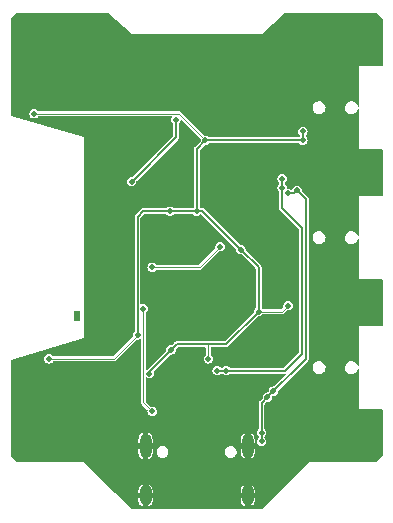
<source format=gbr>
%TF.GenerationSoftware,KiCad,Pcbnew,7.0.1*%
%TF.CreationDate,2024-04-01T23:51:06+01:00*%
%TF.ProjectId,Hardware,48617264-7761-4726-952e-6b696361645f,rev?*%
%TF.SameCoordinates,Original*%
%TF.FileFunction,Copper,L1,Top*%
%TF.FilePolarity,Positive*%
%FSLAX46Y46*%
G04 Gerber Fmt 4.6, Leading zero omitted, Abs format (unit mm)*
G04 Created by KiCad (PCBNEW 7.0.1) date 2024-04-01 23:51:06*
%MOMM*%
%LPD*%
G01*
G04 APERTURE LIST*
%TA.AperFunction,ComponentPad*%
%ADD10R,0.500000X0.900000*%
%TD*%
%TA.AperFunction,ComponentPad*%
%ADD11O,1.000000X1.800000*%
%TD*%
%TA.AperFunction,ComponentPad*%
%ADD12O,1.000000X2.100000*%
%TD*%
%TA.AperFunction,ViaPad*%
%ADD13C,0.500000*%
%TD*%
%TA.AperFunction,Conductor*%
%ADD14C,0.200000*%
%TD*%
%TA.AperFunction,Conductor*%
%ADD15C,0.100000*%
%TD*%
G04 APERTURE END LIST*
D10*
%TO.P,AE1,2,PCB_Trace*%
%TO.N,GND*%
X184625000Y-87900000D03*
%TD*%
D11*
%TO.P,J1,S1,SHIELD*%
%TO.N,GND*%
X199070000Y-103075000D03*
D12*
X199070000Y-98875000D03*
D11*
X190430000Y-103075000D03*
D12*
X190430000Y-98875000D03*
%TD*%
D13*
%TO.N,GND*%
X203000000Y-80750000D03*
X188500000Y-69250000D03*
X181750000Y-99750000D03*
X203250000Y-98750000D03*
X189750000Y-96750000D03*
X183250000Y-69750000D03*
X192500000Y-102500000D03*
X200250000Y-90250000D03*
X186000000Y-74750000D03*
X207750000Y-85250000D03*
X196250000Y-100750000D03*
X201500000Y-89000000D03*
X186000000Y-95000000D03*
X195000000Y-95000000D03*
X209250000Y-65750000D03*
X185750000Y-82750000D03*
X204750000Y-88500000D03*
X190976257Y-81527341D03*
X187500000Y-81250000D03*
X186000000Y-96500000D03*
X205750000Y-71250000D03*
X194551600Y-89334090D03*
X191750000Y-75750000D03*
X201000000Y-81750000D03*
X202250000Y-64000000D03*
X188500000Y-89500000D03*
X200000000Y-79500000D03*
X195000000Y-94000000D03*
X199750000Y-74000000D03*
X186000000Y-87500000D03*
X210000000Y-96250000D03*
X191750000Y-71500000D03*
X206500000Y-91000000D03*
X187500000Y-85250000D03*
X179500000Y-97500000D03*
X195000000Y-96500000D03*
X204500000Y-69000000D03*
X190000000Y-66500000D03*
X198750000Y-67250000D03*
X206250000Y-74750000D03*
X188000000Y-72000000D03*
X208500000Y-96750000D03*
X186750000Y-86500000D03*
X194250000Y-70000000D03*
X204250000Y-95000000D03*
X198500000Y-94000000D03*
X205500000Y-96750000D03*
X197750000Y-75000000D03*
X205000000Y-82500000D03*
X206500000Y-93500000D03*
X188500000Y-83500000D03*
X201000000Y-83000000D03*
X209000000Y-75250000D03*
X206250000Y-80250000D03*
X192125000Y-88125000D03*
X184250000Y-63750000D03*
X188500000Y-86250000D03*
X196250000Y-78000000D03*
X197250000Y-78000000D03*
X183750000Y-67000000D03*
X206750000Y-99750000D03*
X202500000Y-83250000D03*
X185500000Y-88000000D03*
X204500000Y-76750000D03*
X186000000Y-88500000D03*
X194500000Y-92750000D03*
X209250000Y-88250000D03*
X182750000Y-95000000D03*
X194000000Y-93250000D03*
X200250000Y-92000000D03*
X192125000Y-82875000D03*
X190000000Y-77500000D03*
X184500000Y-93000000D03*
X192500000Y-97250000D03*
X189500000Y-78750000D03*
X201500000Y-79500000D03*
X204000000Y-73750000D03*
%TO.N,VBUS*%
X197250000Y-92500000D03*
X196500000Y-92500000D03*
X202000000Y-77000000D03*
X202000000Y-76250000D03*
%TO.N,+BATT*%
X200250000Y-97750000D03*
X203250000Y-77250000D03*
X200750000Y-94750000D03*
X200250000Y-98500000D03*
X201250000Y-94250000D03*
X202500000Y-77500000D03*
%TO.N,Net-(U1-DEC4)*%
X196750000Y-82000000D03*
X191000000Y-83750000D03*
%TO.N,+3V3*%
X195750000Y-91500000D03*
X190750000Y-92750000D03*
X198500000Y-82250000D03*
X182250000Y-91500000D03*
X202500000Y-87000000D03*
X203750000Y-72250000D03*
X181000000Y-70750000D03*
X192500000Y-79000000D03*
X203750000Y-73000000D03*
X192585189Y-90750000D03*
X189750000Y-89500000D03*
X194750000Y-79000000D03*
X200000000Y-87500000D03*
X195500000Y-73000000D03*
%TO.N,/IMU_INT*%
X191000000Y-95950497D03*
X190250000Y-87250000D03*
%TO.N,Net-(J5-Pin_1)*%
X193000000Y-71250000D03*
X189250000Y-76500000D03*
%TD*%
D14*
%TO.N,VBUS*%
X197250000Y-92500000D02*
X196500000Y-92500000D01*
X203650000Y-80400000D02*
X203650000Y-91100000D01*
X202000000Y-78750000D02*
X203650000Y-80400000D01*
X202000000Y-76250000D02*
X202000000Y-78750000D01*
X202250000Y-92500000D02*
X197250000Y-92500000D01*
X203650000Y-91100000D02*
X202250000Y-92500000D01*
%TO.N,+BATT*%
X200250000Y-97750000D02*
X200250000Y-98500000D01*
X200250000Y-95250000D02*
X200250000Y-97750000D01*
X204000000Y-78000000D02*
X203250000Y-77250000D01*
X204000000Y-91500000D02*
X204000000Y-78000000D01*
X200750000Y-94750000D02*
X204000000Y-91500000D01*
X203250000Y-77250000D02*
X203000000Y-77500000D01*
X203000000Y-77500000D02*
X202500000Y-77500000D01*
X200750000Y-94750000D02*
X200250000Y-95250000D01*
D15*
%TO.N,Net-(U1-DEC4)*%
X195000000Y-83750000D02*
X196750000Y-82000000D01*
X191000000Y-83750000D02*
X195000000Y-83750000D01*
%TO.N,+3V3*%
X202000000Y-87500000D02*
X202500000Y-87000000D01*
X182250000Y-91500000D02*
X187750000Y-91500000D01*
D14*
X190250000Y-79000000D02*
X189750000Y-79500000D01*
D15*
X193250000Y-70750000D02*
X195500000Y-73000000D01*
X181000000Y-70750000D02*
X193250000Y-70750000D01*
D14*
X193052699Y-90282490D02*
X195750000Y-90282490D01*
X195750000Y-90282490D02*
X197217510Y-90282490D01*
X192585189Y-90750000D02*
X193052699Y-90282490D01*
X197217510Y-90282490D02*
X200000000Y-87500000D01*
D15*
X195750000Y-91500000D02*
X195750000Y-90282490D01*
D14*
X195500000Y-73000000D02*
X194750000Y-73750000D01*
X190750000Y-92585189D02*
X190750000Y-92750000D01*
X192585189Y-90750000D02*
X190750000Y-92585189D01*
X203750000Y-72250000D02*
X203750000Y-73000000D01*
X189750000Y-79500000D02*
X189750000Y-89500000D01*
D15*
X200000000Y-87500000D02*
X202000000Y-87500000D01*
D14*
X200000000Y-83750000D02*
X200000000Y-87500000D01*
X192500000Y-79000000D02*
X190250000Y-79000000D01*
D15*
X187750000Y-91500000D02*
X189750000Y-89500000D01*
D14*
X198500000Y-82250000D02*
X200000000Y-83750000D01*
X192500000Y-79000000D02*
X194750000Y-79000000D01*
X203750000Y-73000000D02*
X195500000Y-73000000D01*
X198500000Y-82250000D02*
X195250000Y-79000000D01*
X195250000Y-79000000D02*
X194750000Y-79000000D01*
X194750000Y-73750000D02*
X194750000Y-79000000D01*
D15*
%TO.N,/IMU_INT*%
X191000000Y-95950497D02*
X190250000Y-95200497D01*
X190250000Y-95200497D02*
X190250000Y-87250000D01*
D14*
%TO.N,Net-(J5-Pin_1)*%
X193000000Y-71250000D02*
X193000000Y-72750000D01*
X193000000Y-72750000D02*
X189250000Y-76500000D01*
%TD*%
%TA.AperFunction,Conductor*%
%TO.N,GND*%
G36*
X192182564Y-79254230D02*
G01*
X192198460Y-79264852D01*
X192261656Y-79328049D01*
X192261658Y-79328050D01*
X192374696Y-79385646D01*
X192500000Y-79405492D01*
X192625304Y-79385646D01*
X192738342Y-79328050D01*
X192801540Y-79264852D01*
X192817436Y-79254230D01*
X192836188Y-79250500D01*
X194413812Y-79250500D01*
X194432564Y-79254230D01*
X194448460Y-79264852D01*
X194511656Y-79328049D01*
X194511658Y-79328050D01*
X194624696Y-79385646D01*
X194750000Y-79405492D01*
X194875304Y-79385646D01*
X194988342Y-79328050D01*
X195051540Y-79264852D01*
X195067436Y-79254230D01*
X195086188Y-79250500D01*
X195125944Y-79250500D01*
X195160592Y-79264852D01*
X198083858Y-82188118D01*
X198095812Y-82207624D01*
X198097607Y-82230430D01*
X198094507Y-82250000D01*
X198114354Y-82375305D01*
X198171950Y-82488343D01*
X198261656Y-82578049D01*
X198261658Y-82578050D01*
X198374696Y-82635646D01*
X198500000Y-82655492D01*
X198519570Y-82652392D01*
X198542374Y-82654187D01*
X198561881Y-82666141D01*
X199735148Y-83839408D01*
X199749500Y-83874056D01*
X199749500Y-87163812D01*
X199745770Y-87182564D01*
X199735148Y-87198460D01*
X199671950Y-87261656D01*
X199614354Y-87374694D01*
X199594507Y-87500002D01*
X199597606Y-87519570D01*
X199595810Y-87542376D01*
X199583857Y-87561881D01*
X197128102Y-90017638D01*
X197112205Y-90028260D01*
X197093454Y-90031990D01*
X195774674Y-90031990D01*
X193082197Y-90031990D01*
X193072637Y-90031048D01*
X193052698Y-90027081D01*
X192954958Y-90046523D01*
X192925166Y-90066428D01*
X192925162Y-90066432D01*
X192872096Y-90101889D01*
X192860799Y-90118797D01*
X192854706Y-90126221D01*
X192647070Y-90333857D01*
X192627565Y-90345810D01*
X192604759Y-90347606D01*
X192585191Y-90344507D01*
X192459883Y-90364354D01*
X192346845Y-90421950D01*
X192257139Y-90511656D01*
X192199543Y-90624694D01*
X192179696Y-90750002D01*
X192182795Y-90769570D01*
X192180999Y-90792376D01*
X192169046Y-90811881D01*
X190613626Y-92367301D01*
X190601224Y-92376312D01*
X190521746Y-92416809D01*
X190489313Y-92421079D01*
X190461420Y-92403987D01*
X190450500Y-92373150D01*
X190450500Y-87627359D01*
X190457721Y-87601757D01*
X190477254Y-87583700D01*
X190480732Y-87581927D01*
X190488342Y-87578050D01*
X190578050Y-87488342D01*
X190635646Y-87375304D01*
X190655492Y-87250000D01*
X190635646Y-87124696D01*
X190578050Y-87011658D01*
X190578049Y-87011656D01*
X190488343Y-86921950D01*
X190375305Y-86864354D01*
X190250000Y-86844507D01*
X190124694Y-86864354D01*
X190071746Y-86891333D01*
X190039312Y-86895603D01*
X190011420Y-86878511D01*
X190000500Y-86847674D01*
X190000500Y-83750000D01*
X190594507Y-83750000D01*
X190614354Y-83875305D01*
X190671950Y-83988343D01*
X190761656Y-84078049D01*
X190761658Y-84078050D01*
X190874696Y-84135646D01*
X190976418Y-84151757D01*
X190999999Y-84155492D01*
X190999999Y-84155491D01*
X191000000Y-84155492D01*
X191125304Y-84135646D01*
X191238342Y-84078050D01*
X191328050Y-83988342D01*
X191333699Y-83977254D01*
X191351757Y-83957721D01*
X191377359Y-83950500D01*
X194957612Y-83950500D01*
X194973796Y-83953250D01*
X194976973Y-83954362D01*
X194976973Y-83954361D01*
X194976974Y-83954362D01*
X195008521Y-83950808D01*
X195014007Y-83950500D01*
X195022591Y-83950500D01*
X195026980Y-83949497D01*
X195030954Y-83948590D01*
X195036364Y-83947670D01*
X195067924Y-83944116D01*
X195070778Y-83942322D01*
X195085944Y-83936040D01*
X195089231Y-83935290D01*
X195114067Y-83915482D01*
X195118523Y-83912320D01*
X195125801Y-83907748D01*
X195131869Y-83901678D01*
X195135945Y-83898034D01*
X195160788Y-83878224D01*
X195162250Y-83875186D01*
X195171747Y-83861800D01*
X196627077Y-82406471D01*
X196646581Y-82394519D01*
X196669386Y-82392724D01*
X196750000Y-82405492D01*
X196875304Y-82385646D01*
X196988342Y-82328050D01*
X197078050Y-82238342D01*
X197135646Y-82125304D01*
X197155492Y-82000000D01*
X197135646Y-81874696D01*
X197078050Y-81761658D01*
X197078049Y-81761656D01*
X196988343Y-81671950D01*
X196875305Y-81614354D01*
X196750000Y-81594507D01*
X196624694Y-81614354D01*
X196511656Y-81671950D01*
X196421950Y-81761656D01*
X196364354Y-81874694D01*
X196344507Y-82000000D01*
X196357274Y-82080610D01*
X196355479Y-82103417D01*
X196343525Y-82122923D01*
X194931303Y-83535148D01*
X194915407Y-83545770D01*
X194896655Y-83549500D01*
X191377359Y-83549500D01*
X191351757Y-83542279D01*
X191333700Y-83522746D01*
X191328049Y-83511656D01*
X191238343Y-83421950D01*
X191125305Y-83364354D01*
X191000000Y-83344507D01*
X190874694Y-83364354D01*
X190761656Y-83421950D01*
X190671950Y-83511656D01*
X190614354Y-83624694D01*
X190594507Y-83750000D01*
X190000500Y-83750000D01*
X190000500Y-79624056D01*
X190004230Y-79605304D01*
X190014852Y-79589408D01*
X190339409Y-79264852D01*
X190374057Y-79250500D01*
X192163812Y-79250500D01*
X192182564Y-79254230D01*
G37*
%TD.AperFunction*%
%TA.AperFunction,Conductor*%
G36*
X187263668Y-62262624D02*
G01*
X189247896Y-63998823D01*
X189247947Y-63998867D01*
X189249697Y-64000506D01*
X189249889Y-64000578D01*
X189252258Y-64000500D01*
X200247742Y-64000500D01*
X200250154Y-64000579D01*
X200250283Y-64000531D01*
X200252092Y-63998832D01*
X202236330Y-62262624D01*
X202268598Y-62250500D01*
X209979496Y-62250500D01*
X210014144Y-62264852D01*
X210485148Y-62735855D01*
X210495770Y-62751751D01*
X210499500Y-62770503D01*
X210499500Y-66700500D01*
X210485148Y-66735148D01*
X210450500Y-66749500D01*
X208509844Y-66749500D01*
X208509638Y-66749459D01*
X208500001Y-66749459D01*
X208500000Y-66749459D01*
X208499901Y-66749500D01*
X208499759Y-66749558D01*
X208499616Y-66749617D01*
X208499459Y-66749999D01*
X208499465Y-66759672D01*
X208499500Y-66759843D01*
X208499500Y-70097450D01*
X208486877Y-70130279D01*
X208455511Y-70146193D01*
X208421563Y-70136993D01*
X208402525Y-70107419D01*
X208393836Y-70065605D01*
X208324848Y-69932464D01*
X208222496Y-69822872D01*
X208222495Y-69822871D01*
X208094371Y-69744957D01*
X208094368Y-69744956D01*
X207949977Y-69704500D01*
X207837684Y-69704500D01*
X207782062Y-69712145D01*
X207726440Y-69719790D01*
X207588902Y-69779531D01*
X207472581Y-69874164D01*
X207386105Y-69996675D01*
X207335888Y-70137970D01*
X207325655Y-70287577D01*
X207356163Y-70434394D01*
X207425151Y-70567535D01*
X207457320Y-70601980D01*
X207527505Y-70677129D01*
X207655629Y-70755043D01*
X207800023Y-70795500D01*
X207912314Y-70795500D01*
X207912316Y-70795500D01*
X208023558Y-70780210D01*
X208161098Y-70720468D01*
X208277419Y-70625834D01*
X208363895Y-70503325D01*
X208404329Y-70389552D01*
X208425759Y-70363668D01*
X208458826Y-70357675D01*
X208487976Y-70374395D01*
X208499500Y-70405963D01*
X208499500Y-73740156D01*
X208499459Y-73740362D01*
X208499459Y-73749999D01*
X208499459Y-73750000D01*
X208499465Y-73750015D01*
X208499483Y-73750104D01*
X208499500Y-73750098D01*
X208499500Y-73750099D01*
X208499617Y-73750383D01*
X208500000Y-73750541D01*
X208500002Y-73750539D01*
X208509672Y-73750534D01*
X208509843Y-73750500D01*
X210450500Y-73750500D01*
X210485148Y-73764852D01*
X210499500Y-73799500D01*
X210499500Y-77700500D01*
X210485148Y-77735148D01*
X210450500Y-77749500D01*
X208509844Y-77749500D01*
X208509638Y-77749459D01*
X208500001Y-77749459D01*
X208500000Y-77749459D01*
X208499901Y-77749500D01*
X208499758Y-77749558D01*
X208499616Y-77749617D01*
X208499459Y-77749999D01*
X208499465Y-77759672D01*
X208499500Y-77759843D01*
X208499500Y-81097450D01*
X208486877Y-81130279D01*
X208455511Y-81146193D01*
X208421563Y-81136993D01*
X208402525Y-81107419D01*
X208393836Y-81065605D01*
X208324848Y-80932464D01*
X208222496Y-80822872D01*
X208222495Y-80822871D01*
X208094371Y-80744957D01*
X208094368Y-80744956D01*
X207949977Y-80704500D01*
X207837684Y-80704500D01*
X207782063Y-80712144D01*
X207726440Y-80719790D01*
X207588902Y-80779531D01*
X207472581Y-80874164D01*
X207386105Y-80996675D01*
X207335888Y-81137970D01*
X207325655Y-81287577D01*
X207356163Y-81434394D01*
X207425151Y-81567535D01*
X207425153Y-81567537D01*
X207527505Y-81677129D01*
X207655629Y-81755043D01*
X207800023Y-81795500D01*
X207912314Y-81795500D01*
X207912316Y-81795500D01*
X208023558Y-81780210D01*
X208161098Y-81720468D01*
X208277419Y-81625834D01*
X208363895Y-81503325D01*
X208404329Y-81389552D01*
X208425759Y-81363668D01*
X208458826Y-81357675D01*
X208487976Y-81374395D01*
X208499500Y-81405963D01*
X208499500Y-84740156D01*
X208499459Y-84740362D01*
X208499459Y-84749999D01*
X208499459Y-84750000D01*
X208499465Y-84750015D01*
X208499483Y-84750104D01*
X208499500Y-84750098D01*
X208499500Y-84750099D01*
X208499617Y-84750383D01*
X208500000Y-84750541D01*
X208500002Y-84750539D01*
X208509672Y-84750534D01*
X208509843Y-84750500D01*
X210450500Y-84750500D01*
X210485148Y-84764852D01*
X210499500Y-84799500D01*
X210499500Y-88700500D01*
X210485148Y-88735148D01*
X210450500Y-88749500D01*
X208509844Y-88749500D01*
X208509638Y-88749459D01*
X208500001Y-88749459D01*
X208500000Y-88749459D01*
X208499901Y-88749500D01*
X208499759Y-88749558D01*
X208499616Y-88749617D01*
X208499459Y-88749999D01*
X208499465Y-88759672D01*
X208499500Y-88759843D01*
X208499500Y-92097450D01*
X208486877Y-92130279D01*
X208455511Y-92146193D01*
X208421563Y-92136993D01*
X208402525Y-92107419D01*
X208393836Y-92065605D01*
X208324848Y-91932464D01*
X208222496Y-91822872D01*
X208222495Y-91822871D01*
X208094371Y-91744957D01*
X208094368Y-91744956D01*
X207949977Y-91704500D01*
X207837684Y-91704500D01*
X207782063Y-91712144D01*
X207726440Y-91719790D01*
X207588902Y-91779531D01*
X207472581Y-91874164D01*
X207386105Y-91996675D01*
X207335888Y-92137970D01*
X207325655Y-92287577D01*
X207356163Y-92434394D01*
X207425151Y-92567535D01*
X207425153Y-92567537D01*
X207527505Y-92677129D01*
X207655629Y-92755043D01*
X207800023Y-92795500D01*
X207912314Y-92795500D01*
X207912316Y-92795500D01*
X208023558Y-92780210D01*
X208161098Y-92720468D01*
X208277419Y-92625834D01*
X208363895Y-92503325D01*
X208404329Y-92389552D01*
X208425759Y-92363668D01*
X208458826Y-92357675D01*
X208487976Y-92374395D01*
X208499500Y-92405963D01*
X208499500Y-95740156D01*
X208499459Y-95740362D01*
X208499459Y-95749999D01*
X208499459Y-95750000D01*
X208499465Y-95750015D01*
X208499483Y-95750104D01*
X208499500Y-95750098D01*
X208499500Y-95750099D01*
X208499617Y-95750383D01*
X208500000Y-95750541D01*
X208500002Y-95750539D01*
X208509672Y-95750534D01*
X208509843Y-95750500D01*
X210450500Y-95750500D01*
X210485148Y-95764852D01*
X210499500Y-95799500D01*
X210499500Y-99729497D01*
X210495770Y-99748249D01*
X210485148Y-99764145D01*
X210014144Y-100235148D01*
X209979496Y-100249500D01*
X204259844Y-100249500D01*
X204259638Y-100249459D01*
X204250001Y-100249459D01*
X204250000Y-100249459D01*
X204249901Y-100249499D01*
X204249901Y-100249500D01*
X204249616Y-100249617D01*
X204242982Y-100256206D01*
X204242770Y-100256521D01*
X200264144Y-104235148D01*
X200248247Y-104245770D01*
X200229496Y-104249500D01*
X189270503Y-104249500D01*
X189251752Y-104245770D01*
X189235855Y-104235148D01*
X188325707Y-103325000D01*
X189830000Y-103325000D01*
X189830000Y-103514322D01*
X189845444Y-103631631D01*
X189905902Y-103777589D01*
X190002074Y-103902925D01*
X190127409Y-103999097D01*
X190180000Y-104020881D01*
X190180000Y-103325000D01*
X190680000Y-103325000D01*
X190680000Y-104020881D01*
X190732589Y-103999097D01*
X190857925Y-103902925D01*
X190954097Y-103777589D01*
X191014555Y-103631631D01*
X191030000Y-103514322D01*
X191030000Y-103325000D01*
X198470000Y-103325000D01*
X198470000Y-103514322D01*
X198485444Y-103631631D01*
X198545902Y-103777589D01*
X198642074Y-103902925D01*
X198767409Y-103999097D01*
X198820000Y-104020881D01*
X198820000Y-103325000D01*
X199320000Y-103325000D01*
X199320000Y-104020881D01*
X199372589Y-103999097D01*
X199497925Y-103902925D01*
X199594097Y-103777589D01*
X199654555Y-103631631D01*
X199670000Y-103514322D01*
X199670000Y-103325000D01*
X199320000Y-103325000D01*
X198820000Y-103325000D01*
X198470000Y-103325000D01*
X191030000Y-103325000D01*
X190680000Y-103325000D01*
X190180000Y-103325000D01*
X189830000Y-103325000D01*
X188325707Y-103325000D01*
X187825707Y-102825000D01*
X189830000Y-102825000D01*
X190180000Y-102825000D01*
X190180000Y-102129118D01*
X190680000Y-102129118D01*
X190680000Y-102825000D01*
X191030000Y-102825000D01*
X198470000Y-102825000D01*
X198820000Y-102825000D01*
X198820000Y-102129118D01*
X199320000Y-102129118D01*
X199320000Y-102825000D01*
X199670000Y-102825000D01*
X199670000Y-102635678D01*
X199654555Y-102518368D01*
X199594097Y-102372410D01*
X199497925Y-102247074D01*
X199372590Y-102150902D01*
X199320000Y-102129118D01*
X198820000Y-102129118D01*
X198767410Y-102150902D01*
X198642074Y-102247074D01*
X198545902Y-102372410D01*
X198485444Y-102518368D01*
X198470000Y-102635678D01*
X198470000Y-102825000D01*
X191030000Y-102825000D01*
X191030000Y-102635678D01*
X191014555Y-102518368D01*
X190954097Y-102372410D01*
X190857925Y-102247074D01*
X190732590Y-102150902D01*
X190680000Y-102129118D01*
X190180000Y-102129118D01*
X190127410Y-102150902D01*
X190002074Y-102247074D01*
X189905902Y-102372410D01*
X189845444Y-102518368D01*
X189830000Y-102635678D01*
X189830000Y-102825000D01*
X187825707Y-102825000D01*
X187247781Y-102247074D01*
X185257408Y-100256700D01*
X185257317Y-100256562D01*
X185257305Y-100256575D01*
X185250383Y-100249618D01*
X185250383Y-100249617D01*
X185250381Y-100249616D01*
X185250380Y-100249615D01*
X185250333Y-100249596D01*
X185250294Y-100249561D01*
X185250288Y-100249577D01*
X185250001Y-100249457D01*
X185240321Y-100249458D01*
X185240115Y-100249500D01*
X179520503Y-100249500D01*
X179501751Y-100245770D01*
X179485855Y-100235148D01*
X179014852Y-99764144D01*
X179000500Y-99729496D01*
X179000500Y-99125000D01*
X189830000Y-99125000D01*
X189830000Y-99464322D01*
X189845444Y-99581631D01*
X189905902Y-99727589D01*
X190002074Y-99852925D01*
X190127409Y-99949097D01*
X190180000Y-99970881D01*
X190180000Y-99125000D01*
X190680000Y-99125000D01*
X190680000Y-99970881D01*
X190732589Y-99949097D01*
X190857925Y-99852925D01*
X190954097Y-99727589D01*
X191014555Y-99581631D01*
X191029747Y-99466242D01*
X191364500Y-99466242D01*
X191404643Y-99602955D01*
X191481676Y-99722820D01*
X191589358Y-99816127D01*
X191718966Y-99875317D01*
X191761205Y-99881390D01*
X191824561Y-99890500D01*
X191824564Y-99890500D01*
X191895436Y-99890500D01*
X191895439Y-99890500D01*
X191948235Y-99882908D01*
X192001034Y-99875317D01*
X192130642Y-99816127D01*
X192238324Y-99722820D01*
X192315357Y-99602955D01*
X192355500Y-99466242D01*
X197144500Y-99466242D01*
X197184643Y-99602955D01*
X197261676Y-99722820D01*
X197369358Y-99816127D01*
X197498966Y-99875317D01*
X197541205Y-99881390D01*
X197604561Y-99890500D01*
X197604564Y-99890500D01*
X197675436Y-99890500D01*
X197675439Y-99890500D01*
X197728235Y-99882908D01*
X197781034Y-99875317D01*
X197910642Y-99816127D01*
X198018324Y-99722820D01*
X198095357Y-99602955D01*
X198135500Y-99466242D01*
X198135500Y-99323758D01*
X198095357Y-99187045D01*
X198055483Y-99125000D01*
X198470000Y-99125000D01*
X198470000Y-99464322D01*
X198485444Y-99581631D01*
X198545902Y-99727589D01*
X198642074Y-99852925D01*
X198767409Y-99949097D01*
X198820000Y-99970881D01*
X198820000Y-99125000D01*
X199320000Y-99125000D01*
X199320000Y-99970881D01*
X199372589Y-99949097D01*
X199497925Y-99852925D01*
X199594097Y-99727589D01*
X199654555Y-99581631D01*
X199670000Y-99464322D01*
X199670000Y-99125000D01*
X199320000Y-99125000D01*
X198820000Y-99125000D01*
X198470000Y-99125000D01*
X198055483Y-99125000D01*
X198018324Y-99067180D01*
X197910642Y-98973873D01*
X197781034Y-98914683D01*
X197781032Y-98914682D01*
X197781031Y-98914682D01*
X197675439Y-98899500D01*
X197675436Y-98899500D01*
X197604564Y-98899500D01*
X197604561Y-98899500D01*
X197498968Y-98914682D01*
X197369357Y-98973873D01*
X197261676Y-99067179D01*
X197261676Y-99067180D01*
X197184643Y-99187045D01*
X197144500Y-99323758D01*
X197144500Y-99466242D01*
X192355500Y-99466242D01*
X192355500Y-99323758D01*
X192315357Y-99187045D01*
X192238324Y-99067180D01*
X192130642Y-98973873D01*
X192001034Y-98914683D01*
X192001032Y-98914682D01*
X192001031Y-98914682D01*
X191895439Y-98899500D01*
X191895436Y-98899500D01*
X191824564Y-98899500D01*
X191824561Y-98899500D01*
X191718968Y-98914682D01*
X191589357Y-98973873D01*
X191481676Y-99067179D01*
X191481676Y-99067180D01*
X191404643Y-99187045D01*
X191364500Y-99323758D01*
X191364500Y-99466242D01*
X191029747Y-99466242D01*
X191030000Y-99464322D01*
X191030000Y-99125000D01*
X190680000Y-99125000D01*
X190180000Y-99125000D01*
X189830000Y-99125000D01*
X179000500Y-99125000D01*
X179000500Y-98625000D01*
X189830000Y-98625000D01*
X190180000Y-98625000D01*
X190180000Y-97779118D01*
X190680000Y-97779118D01*
X190680000Y-98625000D01*
X191030000Y-98625000D01*
X198470000Y-98625000D01*
X198820000Y-98625000D01*
X198820000Y-97779118D01*
X199320000Y-97779118D01*
X199320000Y-98625000D01*
X199670000Y-98625000D01*
X199670000Y-98285678D01*
X199654555Y-98168368D01*
X199594097Y-98022410D01*
X199497925Y-97897074D01*
X199372590Y-97800902D01*
X199320000Y-97779118D01*
X198820000Y-97779118D01*
X198767410Y-97800902D01*
X198642074Y-97897074D01*
X198545902Y-98022410D01*
X198485444Y-98168368D01*
X198470000Y-98285678D01*
X198470000Y-98625000D01*
X191030000Y-98625000D01*
X191030000Y-98285678D01*
X191014555Y-98168368D01*
X190954097Y-98022410D01*
X190857925Y-97897074D01*
X190732590Y-97800902D01*
X190680000Y-97779118D01*
X190180000Y-97779118D01*
X190127410Y-97800902D01*
X190002074Y-97897074D01*
X189905902Y-98022410D01*
X189845444Y-98168368D01*
X189830000Y-98285678D01*
X189830000Y-98625000D01*
X179000500Y-98625000D01*
X179000500Y-91638291D01*
X179010237Y-91608975D01*
X179035580Y-91591310D01*
X185250000Y-89750000D01*
X185250000Y-72750000D01*
X179035580Y-70908690D01*
X179010237Y-70891025D01*
X179000500Y-70861709D01*
X179000500Y-70750000D01*
X180594507Y-70750000D01*
X180614354Y-70875305D01*
X180671950Y-70988343D01*
X180761656Y-71078049D01*
X180853205Y-71124696D01*
X180874696Y-71135646D01*
X180976418Y-71151757D01*
X180999999Y-71155492D01*
X180999999Y-71155491D01*
X181000000Y-71155492D01*
X181125304Y-71135646D01*
X181238342Y-71078050D01*
X181328050Y-70988342D01*
X181333699Y-70977254D01*
X181351757Y-70957721D01*
X181377359Y-70950500D01*
X192623150Y-70950500D01*
X192653987Y-70961420D01*
X192671079Y-70989312D01*
X192666809Y-71021746D01*
X192614354Y-71124694D01*
X192594507Y-71249999D01*
X192614354Y-71375305D01*
X192671950Y-71488343D01*
X192735148Y-71551540D01*
X192745770Y-71567436D01*
X192749500Y-71586188D01*
X192749500Y-72625943D01*
X192745770Y-72644694D01*
X192735148Y-72660591D01*
X189311881Y-76083857D01*
X189292376Y-76095810D01*
X189269570Y-76097606D01*
X189250002Y-76094507D01*
X189124694Y-76114354D01*
X189011656Y-76171950D01*
X188921950Y-76261656D01*
X188864354Y-76374694D01*
X188844507Y-76499999D01*
X188864354Y-76625305D01*
X188921950Y-76738343D01*
X189011656Y-76828049D01*
X189103205Y-76874696D01*
X189124696Y-76885646D01*
X189250000Y-76905492D01*
X189375304Y-76885646D01*
X189488342Y-76828050D01*
X189578050Y-76738342D01*
X189635646Y-76625304D01*
X189655492Y-76500000D01*
X189652392Y-76480428D01*
X189654187Y-76457623D01*
X189666139Y-76438119D01*
X193156272Y-72947987D01*
X193163686Y-72941902D01*
X193180601Y-72930601D01*
X193235966Y-72847740D01*
X193250500Y-72774674D01*
X193255408Y-72750000D01*
X193251441Y-72730061D01*
X193250500Y-72720502D01*
X193250500Y-71586188D01*
X193254230Y-71567436D01*
X193264852Y-71551540D01*
X193328049Y-71488343D01*
X193385645Y-71375305D01*
X193385646Y-71375304D01*
X193398783Y-71292357D01*
X193416342Y-71261945D01*
X193449743Y-71251092D01*
X193481827Y-71265377D01*
X195093525Y-72877075D01*
X195105479Y-72896581D01*
X195107274Y-72919387D01*
X195094507Y-73000001D01*
X195097606Y-73019570D01*
X195095810Y-73042376D01*
X195083857Y-73061881D01*
X194593731Y-73552007D01*
X194586307Y-73558100D01*
X194569399Y-73569397D01*
X194533942Y-73622463D01*
X194533938Y-73622467D01*
X194514033Y-73652259D01*
X194494591Y-73749999D01*
X194498558Y-73769938D01*
X194499500Y-73779498D01*
X194499500Y-78663812D01*
X194485148Y-78698460D01*
X194448460Y-78735148D01*
X194413812Y-78749500D01*
X192836188Y-78749500D01*
X192817436Y-78745770D01*
X192801540Y-78735148D01*
X192738343Y-78671950D01*
X192625305Y-78614354D01*
X192500000Y-78594507D01*
X192374694Y-78614354D01*
X192261656Y-78671950D01*
X192198460Y-78735148D01*
X192182564Y-78745770D01*
X192163812Y-78749500D01*
X190279503Y-78749500D01*
X190269943Y-78748558D01*
X190249999Y-78744590D01*
X190152260Y-78764033D01*
X190112189Y-78790807D01*
X190112188Y-78790808D01*
X190112188Y-78790809D01*
X190069399Y-78819398D01*
X190069399Y-78819399D01*
X190058102Y-78836305D01*
X190052009Y-78843728D01*
X189593731Y-79302006D01*
X189586310Y-79308098D01*
X189569399Y-79319399D01*
X189533942Y-79372463D01*
X189533939Y-79372466D01*
X189533934Y-79372472D01*
X189514033Y-79402259D01*
X189494591Y-79499999D01*
X189498558Y-79519938D01*
X189499500Y-79529498D01*
X189499500Y-89163812D01*
X189495770Y-89182564D01*
X189485148Y-89198460D01*
X189421950Y-89261656D01*
X189364354Y-89374694D01*
X189344507Y-89500000D01*
X189357274Y-89580612D01*
X189355479Y-89603418D01*
X189343525Y-89622924D01*
X187681303Y-91285148D01*
X187665407Y-91295770D01*
X187646655Y-91299500D01*
X182627359Y-91299500D01*
X182601757Y-91292279D01*
X182583700Y-91272746D01*
X182578049Y-91261656D01*
X182488343Y-91171950D01*
X182375305Y-91114354D01*
X182250000Y-91094507D01*
X182124694Y-91114354D01*
X182011656Y-91171950D01*
X181921950Y-91261656D01*
X181864354Y-91374694D01*
X181844507Y-91499999D01*
X181864354Y-91625305D01*
X181921950Y-91738343D01*
X182011656Y-91828049D01*
X182011658Y-91828050D01*
X182124696Y-91885646D01*
X182250000Y-91905492D01*
X182375304Y-91885646D01*
X182488342Y-91828050D01*
X182578050Y-91738342D01*
X182583699Y-91727254D01*
X182601757Y-91707721D01*
X182627359Y-91700500D01*
X187707612Y-91700500D01*
X187723796Y-91703250D01*
X187726973Y-91704362D01*
X187726973Y-91704361D01*
X187726974Y-91704362D01*
X187758521Y-91700808D01*
X187764007Y-91700500D01*
X187772591Y-91700500D01*
X187776980Y-91699497D01*
X187780954Y-91698590D01*
X187786364Y-91697670D01*
X187817924Y-91694116D01*
X187820778Y-91692322D01*
X187835944Y-91686040D01*
X187839231Y-91685290D01*
X187864067Y-91665482D01*
X187868523Y-91662320D01*
X187875801Y-91657748D01*
X187881869Y-91651678D01*
X187885945Y-91648034D01*
X187910788Y-91628224D01*
X187912250Y-91625186D01*
X187921747Y-91611800D01*
X189627076Y-89906471D01*
X189646580Y-89894519D01*
X189669385Y-89892724D01*
X189750000Y-89905492D01*
X189875304Y-89885646D01*
X189912045Y-89866925D01*
X189978254Y-89833191D01*
X190010688Y-89828921D01*
X190038580Y-89846013D01*
X190049500Y-89876850D01*
X190049500Y-95158109D01*
X190046750Y-95174293D01*
X190045637Y-95177470D01*
X190049192Y-95209019D01*
X190049500Y-95214504D01*
X190049500Y-95223087D01*
X190051409Y-95231453D01*
X190052329Y-95236868D01*
X190055883Y-95268421D01*
X190057678Y-95271277D01*
X190063959Y-95286439D01*
X190064710Y-95289728D01*
X190084508Y-95314554D01*
X190087684Y-95319030D01*
X190092252Y-95326298D01*
X190098316Y-95332362D01*
X190101970Y-95336450D01*
X190121776Y-95361285D01*
X190124813Y-95362747D01*
X190138201Y-95372247D01*
X190593525Y-95827571D01*
X190605479Y-95847077D01*
X190607274Y-95869883D01*
X190594507Y-95950496D01*
X190614354Y-96075802D01*
X190671950Y-96188840D01*
X190761656Y-96278546D01*
X190761658Y-96278547D01*
X190874696Y-96336143D01*
X191000000Y-96355989D01*
X191125304Y-96336143D01*
X191238342Y-96278547D01*
X191328050Y-96188839D01*
X191385646Y-96075801D01*
X191405492Y-95950497D01*
X191385646Y-95825193D01*
X191328050Y-95712155D01*
X191328049Y-95712153D01*
X191238343Y-95622447D01*
X191125305Y-95564851D01*
X190999999Y-95545004D01*
X190919386Y-95557771D01*
X190896580Y-95555976D01*
X190877074Y-95544022D01*
X190464852Y-95131800D01*
X190450500Y-95097152D01*
X190450500Y-93126850D01*
X190461420Y-93096013D01*
X190489312Y-93078921D01*
X190521746Y-93083191D01*
X190607433Y-93126850D01*
X190624696Y-93135646D01*
X190750000Y-93155492D01*
X190875304Y-93135646D01*
X190988342Y-93078050D01*
X191078050Y-92988342D01*
X191135646Y-92875304D01*
X191155492Y-92750000D01*
X191144500Y-92680601D01*
X191135646Y-92624695D01*
X191132089Y-92617715D01*
X191127878Y-92609452D01*
X191123140Y-92579542D01*
X191136887Y-92552560D01*
X191189447Y-92500000D01*
X196094507Y-92500000D01*
X196114354Y-92625305D01*
X196171950Y-92738343D01*
X196261656Y-92828049D01*
X196261658Y-92828050D01*
X196374696Y-92885646D01*
X196500000Y-92905492D01*
X196625304Y-92885646D01*
X196738342Y-92828050D01*
X196801539Y-92764852D01*
X196817436Y-92754230D01*
X196836188Y-92750500D01*
X196913812Y-92750500D01*
X196932564Y-92754230D01*
X196948460Y-92764852D01*
X197011656Y-92828049D01*
X197011658Y-92828050D01*
X197124696Y-92885646D01*
X197250000Y-92905492D01*
X197375304Y-92885646D01*
X197488342Y-92828050D01*
X197551539Y-92764852D01*
X197567436Y-92754230D01*
X197586188Y-92750500D01*
X202220502Y-92750500D01*
X202230062Y-92751442D01*
X202249998Y-92755408D01*
X202249998Y-92755407D01*
X202250000Y-92755408D01*
X202266749Y-92752076D01*
X202297257Y-92755838D01*
X202319522Y-92777035D01*
X202324778Y-92807323D01*
X202310956Y-92834782D01*
X201311881Y-93833857D01*
X201292376Y-93845810D01*
X201269570Y-93847606D01*
X201250002Y-93844507D01*
X201124694Y-93864354D01*
X201011656Y-93921950D01*
X200921950Y-94011656D01*
X200864354Y-94124694D01*
X200844507Y-94250002D01*
X200847606Y-94269570D01*
X200845810Y-94292376D01*
X200833857Y-94311881D01*
X200811881Y-94333857D01*
X200792376Y-94345810D01*
X200769570Y-94347606D01*
X200750002Y-94344507D01*
X200624694Y-94364354D01*
X200511656Y-94421950D01*
X200421950Y-94511656D01*
X200364354Y-94624694D01*
X200344507Y-94750001D01*
X200347606Y-94769569D01*
X200345810Y-94792375D01*
X200333857Y-94811880D01*
X200093731Y-95052006D01*
X200086310Y-95058098D01*
X200069399Y-95069399D01*
X200033942Y-95122463D01*
X200033939Y-95122466D01*
X200033934Y-95122472D01*
X200014033Y-95152259D01*
X199994591Y-95249999D01*
X199998558Y-95269938D01*
X199999500Y-95279498D01*
X199999500Y-97413812D01*
X199995770Y-97432564D01*
X199985148Y-97448460D01*
X199921950Y-97511656D01*
X199864354Y-97624694D01*
X199844507Y-97750000D01*
X199864354Y-97875305D01*
X199921950Y-97988343D01*
X199985148Y-98051540D01*
X199995770Y-98067436D01*
X199999500Y-98086188D01*
X199999500Y-98163812D01*
X199995770Y-98182564D01*
X199985148Y-98198460D01*
X199921950Y-98261656D01*
X199864354Y-98374694D01*
X199844507Y-98500000D01*
X199864354Y-98625305D01*
X199921950Y-98738343D01*
X200011656Y-98828049D01*
X200011658Y-98828050D01*
X200124696Y-98885646D01*
X200250000Y-98905492D01*
X200375304Y-98885646D01*
X200488342Y-98828050D01*
X200578050Y-98738342D01*
X200635646Y-98625304D01*
X200655492Y-98500000D01*
X200635646Y-98374696D01*
X200578050Y-98261658D01*
X200578049Y-98261656D01*
X200514852Y-98198460D01*
X200504230Y-98182564D01*
X200500500Y-98163812D01*
X200500500Y-98086188D01*
X200504230Y-98067436D01*
X200514852Y-98051540D01*
X200578049Y-97988343D01*
X200624553Y-97897074D01*
X200635646Y-97875304D01*
X200655492Y-97750000D01*
X200635646Y-97624696D01*
X200578050Y-97511658D01*
X200578049Y-97511656D01*
X200514852Y-97448460D01*
X200504230Y-97432564D01*
X200500500Y-97413812D01*
X200500500Y-95374056D01*
X200514852Y-95339408D01*
X200585839Y-95268421D01*
X200688120Y-95166139D01*
X200707625Y-95154187D01*
X200730429Y-95152392D01*
X200750000Y-95155492D01*
X200875304Y-95135646D01*
X200988342Y-95078050D01*
X201078050Y-94988342D01*
X201135646Y-94875304D01*
X201155492Y-94750000D01*
X201152392Y-94730428D01*
X201154187Y-94707624D01*
X201166139Y-94688119D01*
X201188119Y-94666139D01*
X201207624Y-94654187D01*
X201230428Y-94652392D01*
X201250000Y-94655492D01*
X201375304Y-94635646D01*
X201488342Y-94578050D01*
X201578050Y-94488342D01*
X201635646Y-94375304D01*
X201655492Y-94250000D01*
X201652392Y-94230428D01*
X201654187Y-94207624D01*
X201666139Y-94188119D01*
X203566681Y-92287577D01*
X204575655Y-92287577D01*
X204606163Y-92434394D01*
X204675151Y-92567535D01*
X204675153Y-92567537D01*
X204777505Y-92677129D01*
X204905629Y-92755043D01*
X205050023Y-92795500D01*
X205162314Y-92795500D01*
X205162316Y-92795500D01*
X205273558Y-92780210D01*
X205411098Y-92720468D01*
X205527419Y-92625834D01*
X205613895Y-92503325D01*
X205664112Y-92362029D01*
X205674345Y-92212424D01*
X205643836Y-92065606D01*
X205643836Y-92065605D01*
X205574848Y-91932464D01*
X205472496Y-91822872D01*
X205472495Y-91822871D01*
X205344371Y-91744957D01*
X205344368Y-91744956D01*
X205199977Y-91704500D01*
X205087684Y-91704500D01*
X205032063Y-91712144D01*
X204976440Y-91719790D01*
X204838902Y-91779531D01*
X204722581Y-91874164D01*
X204636105Y-91996675D01*
X204585888Y-92137970D01*
X204575655Y-92287577D01*
X203566681Y-92287577D01*
X204156269Y-91697989D01*
X204163683Y-91691904D01*
X204180601Y-91680601D01*
X204217549Y-91625304D01*
X204235966Y-91597741D01*
X204255408Y-91500000D01*
X204251441Y-91480061D01*
X204250500Y-91470502D01*
X204250500Y-81287577D01*
X204575655Y-81287577D01*
X204606163Y-81434394D01*
X204675151Y-81567535D01*
X204675153Y-81567537D01*
X204777505Y-81677129D01*
X204905629Y-81755043D01*
X205050023Y-81795500D01*
X205162314Y-81795500D01*
X205162316Y-81795500D01*
X205273558Y-81780210D01*
X205411098Y-81720468D01*
X205527419Y-81625834D01*
X205613895Y-81503325D01*
X205664112Y-81362029D01*
X205674345Y-81212424D01*
X205643836Y-81065606D01*
X205643836Y-81065605D01*
X205574848Y-80932464D01*
X205472496Y-80822872D01*
X205472495Y-80822871D01*
X205344371Y-80744957D01*
X205344368Y-80744956D01*
X205199977Y-80704500D01*
X205087684Y-80704500D01*
X205032063Y-80712144D01*
X204976440Y-80719790D01*
X204838902Y-80779531D01*
X204722581Y-80874164D01*
X204636105Y-80996675D01*
X204585888Y-81137970D01*
X204575655Y-81287577D01*
X204250500Y-81287577D01*
X204250500Y-78029498D01*
X204251442Y-78019938D01*
X204255408Y-77999999D01*
X204235966Y-77902260D01*
X204235966Y-77902259D01*
X204216057Y-77872463D01*
X204180601Y-77819399D01*
X204163691Y-77808100D01*
X204156266Y-77802006D01*
X203666141Y-77311881D01*
X203654187Y-77292374D01*
X203652392Y-77269570D01*
X203655492Y-77250000D01*
X203635646Y-77124696D01*
X203578050Y-77011658D01*
X203578049Y-77011656D01*
X203488343Y-76921950D01*
X203375305Y-76864354D01*
X203250000Y-76844507D01*
X203124694Y-76864354D01*
X203011656Y-76921950D01*
X202921950Y-77011656D01*
X202864354Y-77124694D01*
X202855707Y-77179288D01*
X202838146Y-77209702D01*
X202804745Y-77220555D01*
X202772662Y-77206270D01*
X202738342Y-77171950D01*
X202734265Y-77169872D01*
X202625305Y-77114354D01*
X202499998Y-77094507D01*
X202454317Y-77101742D01*
X202424406Y-77097004D01*
X202402993Y-77075590D01*
X202398256Y-77045681D01*
X202405492Y-77000000D01*
X202385646Y-76874696D01*
X202328050Y-76761658D01*
X202328049Y-76761656D01*
X202264852Y-76698460D01*
X202254230Y-76682564D01*
X202250500Y-76663812D01*
X202250500Y-76586188D01*
X202254230Y-76567436D01*
X202264852Y-76551540D01*
X202328049Y-76488343D01*
X202332080Y-76480431D01*
X202385646Y-76375304D01*
X202405492Y-76250000D01*
X202385646Y-76124696D01*
X202328050Y-76011658D01*
X202328049Y-76011656D01*
X202238343Y-75921950D01*
X202125305Y-75864354D01*
X202000000Y-75844507D01*
X201874694Y-75864354D01*
X201761656Y-75921950D01*
X201671950Y-76011656D01*
X201614354Y-76124694D01*
X201594507Y-76250000D01*
X201614354Y-76375305D01*
X201671950Y-76488343D01*
X201735148Y-76551540D01*
X201745770Y-76567436D01*
X201749500Y-76586188D01*
X201749500Y-76663812D01*
X201745770Y-76682564D01*
X201735148Y-76698460D01*
X201671950Y-76761656D01*
X201614354Y-76874694D01*
X201594507Y-77000000D01*
X201614354Y-77125305D01*
X201671950Y-77238343D01*
X201735148Y-77301540D01*
X201745770Y-77317436D01*
X201749500Y-77336188D01*
X201749500Y-78720502D01*
X201748558Y-78730062D01*
X201744591Y-78750000D01*
X201764033Y-78847739D01*
X201782045Y-78874696D01*
X201819399Y-78930601D01*
X201836306Y-78941898D01*
X201843732Y-78947992D01*
X203385148Y-80489408D01*
X203399500Y-80524056D01*
X203399500Y-90975944D01*
X203385148Y-91010592D01*
X202160592Y-92235148D01*
X202125944Y-92249500D01*
X197586188Y-92249500D01*
X197567436Y-92245770D01*
X197551540Y-92235148D01*
X197488343Y-92171950D01*
X197375305Y-92114354D01*
X197250000Y-92094507D01*
X197124694Y-92114354D01*
X197011656Y-92171950D01*
X196948460Y-92235148D01*
X196932564Y-92245770D01*
X196913812Y-92249500D01*
X196836188Y-92249500D01*
X196817436Y-92245770D01*
X196801540Y-92235148D01*
X196738343Y-92171950D01*
X196625305Y-92114354D01*
X196500000Y-92094507D01*
X196374694Y-92114354D01*
X196261656Y-92171950D01*
X196171950Y-92261656D01*
X196114354Y-92374694D01*
X196094507Y-92500000D01*
X191189447Y-92500000D01*
X192523308Y-91166139D01*
X192542813Y-91154187D01*
X192565617Y-91152392D01*
X192585189Y-91155492D01*
X192710493Y-91135646D01*
X192823531Y-91078050D01*
X192913239Y-90988342D01*
X192970835Y-90875304D01*
X192990681Y-90750000D01*
X192987581Y-90730428D01*
X192989376Y-90707623D01*
X193001328Y-90688119D01*
X193142106Y-90547342D01*
X193176755Y-90532990D01*
X195500500Y-90532990D01*
X195535148Y-90547342D01*
X195549500Y-90581990D01*
X195549500Y-91122641D01*
X195542279Y-91148243D01*
X195522746Y-91166300D01*
X195511656Y-91171950D01*
X195421950Y-91261656D01*
X195364354Y-91374694D01*
X195344507Y-91499999D01*
X195364354Y-91625305D01*
X195421950Y-91738343D01*
X195511656Y-91828049D01*
X195511658Y-91828050D01*
X195624696Y-91885646D01*
X195750000Y-91905492D01*
X195875304Y-91885646D01*
X195988342Y-91828050D01*
X196078050Y-91738342D01*
X196135646Y-91625304D01*
X196155492Y-91500000D01*
X196135646Y-91374696D01*
X196078050Y-91261658D01*
X196078049Y-91261656D01*
X195988343Y-91171950D01*
X195977254Y-91166300D01*
X195957721Y-91148243D01*
X195950500Y-91122641D01*
X195950500Y-90581990D01*
X195964852Y-90547342D01*
X195999500Y-90532990D01*
X197188012Y-90532990D01*
X197197571Y-90533931D01*
X197217510Y-90537898D01*
X197315251Y-90518456D01*
X197345046Y-90498547D01*
X197398111Y-90463091D01*
X197409414Y-90446173D01*
X197415499Y-90438759D01*
X199938119Y-87916139D01*
X199957624Y-87904187D01*
X199980428Y-87902392D01*
X200000000Y-87905492D01*
X200125304Y-87885646D01*
X200238342Y-87828050D01*
X200328050Y-87738342D01*
X200333699Y-87727254D01*
X200351757Y-87707721D01*
X200377359Y-87700500D01*
X201957612Y-87700500D01*
X201973796Y-87703250D01*
X201976973Y-87704362D01*
X201976973Y-87704361D01*
X201976974Y-87704362D01*
X202008521Y-87700808D01*
X202014007Y-87700500D01*
X202022591Y-87700500D01*
X202026980Y-87699497D01*
X202030954Y-87698590D01*
X202036364Y-87697670D01*
X202067924Y-87694116D01*
X202070778Y-87692322D01*
X202085944Y-87686040D01*
X202089231Y-87685290D01*
X202114067Y-87665482D01*
X202118523Y-87662320D01*
X202125801Y-87657748D01*
X202131869Y-87651678D01*
X202135945Y-87648034D01*
X202160788Y-87628224D01*
X202162250Y-87625186D01*
X202171747Y-87611800D01*
X202377077Y-87406471D01*
X202396581Y-87394519D01*
X202419386Y-87392724D01*
X202500000Y-87405492D01*
X202625304Y-87385646D01*
X202738342Y-87328050D01*
X202828050Y-87238342D01*
X202885646Y-87125304D01*
X202905492Y-87000000D01*
X202885646Y-86874696D01*
X202828050Y-86761658D01*
X202828049Y-86761656D01*
X202738343Y-86671950D01*
X202625305Y-86614354D01*
X202500000Y-86594507D01*
X202374694Y-86614354D01*
X202261656Y-86671950D01*
X202171950Y-86761656D01*
X202114354Y-86874694D01*
X202094507Y-87000000D01*
X202107274Y-87080610D01*
X202105479Y-87103417D01*
X202093525Y-87122923D01*
X201931300Y-87285150D01*
X201915407Y-87295770D01*
X201896655Y-87299500D01*
X200377359Y-87299500D01*
X200351757Y-87292279D01*
X200333700Y-87272746D01*
X200328049Y-87261656D01*
X200264852Y-87198460D01*
X200254230Y-87182564D01*
X200250500Y-87163812D01*
X200250500Y-83779498D01*
X200251442Y-83769938D01*
X200255408Y-83749999D01*
X200235966Y-83652260D01*
X200235966Y-83652259D01*
X200215598Y-83621776D01*
X200180601Y-83569399D01*
X200163691Y-83558100D01*
X200156266Y-83552006D01*
X198916141Y-82311881D01*
X198904187Y-82292374D01*
X198902392Y-82269570D01*
X198905492Y-82250000D01*
X198885646Y-82124696D01*
X198828050Y-82011658D01*
X198828049Y-82011656D01*
X198738343Y-81921950D01*
X198625305Y-81864354D01*
X198500000Y-81844507D01*
X198480430Y-81847607D01*
X198457624Y-81845812D01*
X198438118Y-81833858D01*
X195447992Y-78843732D01*
X195441898Y-78836306D01*
X195430601Y-78819399D01*
X195377536Y-78783942D01*
X195347740Y-78764033D01*
X195250000Y-78744591D01*
X195230062Y-78748558D01*
X195220502Y-78749500D01*
X195086188Y-78749500D01*
X195051540Y-78735148D01*
X195014852Y-78698460D01*
X195000500Y-78663812D01*
X195000500Y-73874056D01*
X195014852Y-73839408D01*
X195114104Y-73740156D01*
X195438119Y-73416139D01*
X195457623Y-73404187D01*
X195480428Y-73402392D01*
X195500000Y-73405492D01*
X195625304Y-73385646D01*
X195738342Y-73328050D01*
X195801540Y-73264851D01*
X195817436Y-73254230D01*
X195836188Y-73250500D01*
X203413812Y-73250500D01*
X203432564Y-73254230D01*
X203448460Y-73264852D01*
X203511656Y-73328049D01*
X203511658Y-73328050D01*
X203624696Y-73385646D01*
X203750000Y-73405492D01*
X203875304Y-73385646D01*
X203988342Y-73328050D01*
X204078050Y-73238342D01*
X204135646Y-73125304D01*
X204155492Y-73000000D01*
X204135646Y-72874696D01*
X204078050Y-72761658D01*
X204078049Y-72761656D01*
X204014852Y-72698460D01*
X204004230Y-72682564D01*
X204000500Y-72663812D01*
X204000500Y-72586188D01*
X204004230Y-72567436D01*
X204014852Y-72551540D01*
X204078049Y-72488343D01*
X204135645Y-72375305D01*
X204135646Y-72375304D01*
X204155492Y-72250000D01*
X204135646Y-72124696D01*
X204078050Y-72011658D01*
X204078049Y-72011656D01*
X203988343Y-71921950D01*
X203875305Y-71864354D01*
X203749999Y-71844507D01*
X203624694Y-71864354D01*
X203511656Y-71921950D01*
X203421950Y-72011656D01*
X203364354Y-72124694D01*
X203344507Y-72250000D01*
X203364354Y-72375305D01*
X203421950Y-72488343D01*
X203485148Y-72551540D01*
X203495770Y-72567436D01*
X203499500Y-72586188D01*
X203499500Y-72663812D01*
X203485148Y-72698460D01*
X203448460Y-72735148D01*
X203413812Y-72749500D01*
X195836188Y-72749500D01*
X195817436Y-72745770D01*
X195801540Y-72735148D01*
X195738343Y-72671950D01*
X195625305Y-72614354D01*
X195499999Y-72594507D01*
X195419387Y-72607274D01*
X195396581Y-72605479D01*
X195377075Y-72593525D01*
X193421750Y-70638201D01*
X193412249Y-70624811D01*
X193412193Y-70624694D01*
X193410788Y-70621776D01*
X193385953Y-70601970D01*
X193381865Y-70598316D01*
X193375801Y-70592252D01*
X193368533Y-70587684D01*
X193364057Y-70584508D01*
X193339231Y-70564710D01*
X193335942Y-70563959D01*
X193320780Y-70557678D01*
X193317924Y-70555883D01*
X193286371Y-70552329D01*
X193280956Y-70551409D01*
X193272590Y-70549500D01*
X193264007Y-70549500D01*
X193258522Y-70549192D01*
X193226973Y-70545637D01*
X193223796Y-70546750D01*
X193207612Y-70549500D01*
X181377359Y-70549500D01*
X181351757Y-70542279D01*
X181333700Y-70522746D01*
X181328049Y-70511656D01*
X181238343Y-70421950D01*
X181125305Y-70364354D01*
X180999999Y-70344507D01*
X180874694Y-70364354D01*
X180761656Y-70421950D01*
X180671950Y-70511656D01*
X180614354Y-70624694D01*
X180594507Y-70750000D01*
X179000500Y-70750000D01*
X179000500Y-70287577D01*
X204575655Y-70287577D01*
X204606163Y-70434394D01*
X204675151Y-70567535D01*
X204707320Y-70601980D01*
X204777505Y-70677129D01*
X204905629Y-70755043D01*
X205050023Y-70795500D01*
X205162314Y-70795500D01*
X205162316Y-70795500D01*
X205273558Y-70780210D01*
X205411098Y-70720468D01*
X205527419Y-70625834D01*
X205613895Y-70503325D01*
X205664112Y-70362029D01*
X205674345Y-70212424D01*
X205643836Y-70065606D01*
X205643836Y-70065605D01*
X205574848Y-69932464D01*
X205472496Y-69822872D01*
X205472495Y-69822871D01*
X205344371Y-69744957D01*
X205344368Y-69744956D01*
X205199977Y-69704500D01*
X205087684Y-69704500D01*
X205032062Y-69712145D01*
X204976440Y-69719790D01*
X204838902Y-69779531D01*
X204722581Y-69874164D01*
X204636105Y-69996675D01*
X204585888Y-70137970D01*
X204575655Y-70287577D01*
X179000500Y-70287577D01*
X179000500Y-62770504D01*
X179014852Y-62735856D01*
X179485855Y-62264852D01*
X179501751Y-62254230D01*
X179520503Y-62250500D01*
X187231401Y-62250500D01*
X187263668Y-62262624D01*
G37*
%TD.AperFunction*%
%TD*%
M02*

</source>
